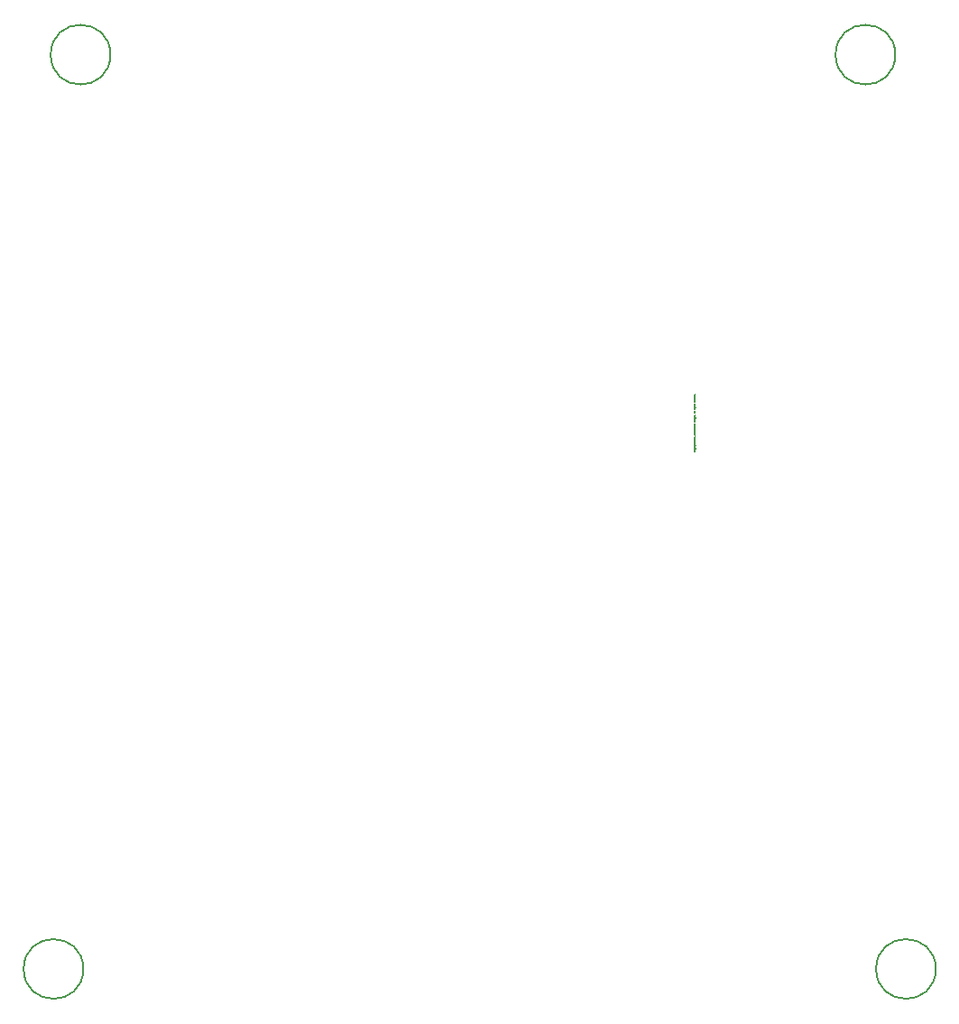
<source format=gbr>
%TF.GenerationSoftware,KiCad,Pcbnew,7.0.9*%
%TF.CreationDate,2024-01-23T11:42:20+00:00*%
%TF.ProjectId,mainboard,6d61696e-626f-4617-9264-2e6b69636164,rev?*%
%TF.SameCoordinates,Original*%
%TF.FileFunction,Other,Comment*%
%FSLAX46Y46*%
G04 Gerber Fmt 4.6, Leading zero omitted, Abs format (unit mm)*
G04 Created by KiCad (PCBNEW 7.0.9) date 2024-01-23 11:42:20*
%MOMM*%
%LPD*%
G01*
G04 APERTURE LIST*
%ADD10C,0.002000*%
%ADD11C,0.150000*%
G04 APERTURE END LIST*
D10*
X65286453Y53653267D02*
X65292501Y53647219D01*
X65292501Y53647219D02*
X65298548Y53629077D01*
X65298548Y53629077D02*
X65298548Y53616981D01*
X65298548Y53616981D02*
X65292501Y53598838D01*
X65292501Y53598838D02*
X65280405Y53586743D01*
X65280405Y53586743D02*
X65268310Y53580696D01*
X65268310Y53580696D02*
X65244120Y53574648D01*
X65244120Y53574648D02*
X65225977Y53574648D01*
X65225977Y53574648D02*
X65201786Y53580696D01*
X65201786Y53580696D02*
X65189691Y53586743D01*
X65189691Y53586743D02*
X65177596Y53598838D01*
X65177596Y53598838D02*
X65171548Y53616981D01*
X65171548Y53616981D02*
X65171548Y53629077D01*
X65171548Y53629077D02*
X65177596Y53647219D01*
X65177596Y53647219D02*
X65183643Y53653267D01*
X65298548Y53725838D02*
X65292501Y53713743D01*
X65292501Y53713743D02*
X65286453Y53707696D01*
X65286453Y53707696D02*
X65274358Y53701648D01*
X65274358Y53701648D02*
X65238072Y53701648D01*
X65238072Y53701648D02*
X65225977Y53707696D01*
X65225977Y53707696D02*
X65219929Y53713743D01*
X65219929Y53713743D02*
X65213881Y53725838D01*
X65213881Y53725838D02*
X65213881Y53743981D01*
X65213881Y53743981D02*
X65219929Y53756077D01*
X65219929Y53756077D02*
X65225977Y53762124D01*
X65225977Y53762124D02*
X65238072Y53768172D01*
X65238072Y53768172D02*
X65274358Y53768172D01*
X65274358Y53768172D02*
X65286453Y53762124D01*
X65286453Y53762124D02*
X65292501Y53756077D01*
X65292501Y53756077D02*
X65298548Y53743981D01*
X65298548Y53743981D02*
X65298548Y53725838D01*
X65213881Y53822601D02*
X65340881Y53822601D01*
X65219929Y53822601D02*
X65213881Y53834696D01*
X65213881Y53834696D02*
X65213881Y53858886D01*
X65213881Y53858886D02*
X65219929Y53870982D01*
X65219929Y53870982D02*
X65225977Y53877029D01*
X65225977Y53877029D02*
X65238072Y53883077D01*
X65238072Y53883077D02*
X65274358Y53883077D01*
X65274358Y53883077D02*
X65286453Y53877029D01*
X65286453Y53877029D02*
X65292501Y53870982D01*
X65292501Y53870982D02*
X65298548Y53858886D01*
X65298548Y53858886D02*
X65298548Y53834696D01*
X65298548Y53834696D02*
X65292501Y53822601D01*
X65213881Y53925410D02*
X65298548Y53955648D01*
X65213881Y53985887D02*
X65298548Y53955648D01*
X65298548Y53955648D02*
X65328786Y53943553D01*
X65328786Y53943553D02*
X65334834Y53937506D01*
X65334834Y53937506D02*
X65340881Y53925410D01*
X65298548Y54034268D02*
X65213881Y54034268D01*
X65238072Y54034268D02*
X65225977Y54040315D01*
X65225977Y54040315D02*
X65219929Y54046363D01*
X65219929Y54046363D02*
X65213881Y54058458D01*
X65213881Y54058458D02*
X65213881Y54070553D01*
X65298548Y54112887D02*
X65213881Y54112887D01*
X65171548Y54112887D02*
X65177596Y54106839D01*
X65177596Y54106839D02*
X65183643Y54112887D01*
X65183643Y54112887D02*
X65177596Y54118934D01*
X65177596Y54118934D02*
X65171548Y54112887D01*
X65171548Y54112887D02*
X65183643Y54112887D01*
X65213881Y54227791D02*
X65316691Y54227791D01*
X65316691Y54227791D02*
X65328786Y54221744D01*
X65328786Y54221744D02*
X65334834Y54215696D01*
X65334834Y54215696D02*
X65340881Y54203601D01*
X65340881Y54203601D02*
X65340881Y54185458D01*
X65340881Y54185458D02*
X65334834Y54173363D01*
X65292501Y54227791D02*
X65298548Y54215696D01*
X65298548Y54215696D02*
X65298548Y54191505D01*
X65298548Y54191505D02*
X65292501Y54179410D01*
X65292501Y54179410D02*
X65286453Y54173363D01*
X65286453Y54173363D02*
X65274358Y54167315D01*
X65274358Y54167315D02*
X65238072Y54167315D01*
X65238072Y54167315D02*
X65225977Y54173363D01*
X65225977Y54173363D02*
X65219929Y54179410D01*
X65219929Y54179410D02*
X65213881Y54191505D01*
X65213881Y54191505D02*
X65213881Y54215696D01*
X65213881Y54215696D02*
X65219929Y54227791D01*
X65298548Y54288268D02*
X65171548Y54288268D01*
X65298548Y54342696D02*
X65232024Y54342696D01*
X65232024Y54342696D02*
X65219929Y54336649D01*
X65219929Y54336649D02*
X65213881Y54324553D01*
X65213881Y54324553D02*
X65213881Y54306410D01*
X65213881Y54306410D02*
X65219929Y54294315D01*
X65219929Y54294315D02*
X65225977Y54288268D01*
X65213881Y54385030D02*
X65213881Y54433411D01*
X65171548Y54403173D02*
X65280405Y54403173D01*
X65280405Y54403173D02*
X65292501Y54409220D01*
X65292501Y54409220D02*
X65298548Y54421315D01*
X65298548Y54421315D02*
X65298548Y54433411D01*
X65183643Y54566458D02*
X65177596Y54572506D01*
X65177596Y54572506D02*
X65171548Y54584601D01*
X65171548Y54584601D02*
X65171548Y54614839D01*
X65171548Y54614839D02*
X65177596Y54626934D01*
X65177596Y54626934D02*
X65183643Y54632982D01*
X65183643Y54632982D02*
X65195739Y54639029D01*
X65195739Y54639029D02*
X65207834Y54639029D01*
X65207834Y54639029D02*
X65225977Y54632982D01*
X65225977Y54632982D02*
X65298548Y54560410D01*
X65298548Y54560410D02*
X65298548Y54639029D01*
X65171548Y54717648D02*
X65171548Y54729743D01*
X65171548Y54729743D02*
X65177596Y54741839D01*
X65177596Y54741839D02*
X65183643Y54747886D01*
X65183643Y54747886D02*
X65195739Y54753934D01*
X65195739Y54753934D02*
X65219929Y54759981D01*
X65219929Y54759981D02*
X65250167Y54759981D01*
X65250167Y54759981D02*
X65274358Y54753934D01*
X65274358Y54753934D02*
X65286453Y54747886D01*
X65286453Y54747886D02*
X65292501Y54741839D01*
X65292501Y54741839D02*
X65298548Y54729743D01*
X65298548Y54729743D02*
X65298548Y54717648D01*
X65298548Y54717648D02*
X65292501Y54705553D01*
X65292501Y54705553D02*
X65286453Y54699505D01*
X65286453Y54699505D02*
X65274358Y54693458D01*
X65274358Y54693458D02*
X65250167Y54687410D01*
X65250167Y54687410D02*
X65219929Y54687410D01*
X65219929Y54687410D02*
X65195739Y54693458D01*
X65195739Y54693458D02*
X65183643Y54699505D01*
X65183643Y54699505D02*
X65177596Y54705553D01*
X65177596Y54705553D02*
X65171548Y54717648D01*
X65298548Y54880933D02*
X65298548Y54808362D01*
X65298548Y54844648D02*
X65171548Y54844648D01*
X65171548Y54844648D02*
X65189691Y54832552D01*
X65189691Y54832552D02*
X65201786Y54820457D01*
X65201786Y54820457D02*
X65207834Y54808362D01*
X65171548Y54989790D02*
X65171548Y54965600D01*
X65171548Y54965600D02*
X65177596Y54953504D01*
X65177596Y54953504D02*
X65183643Y54947457D01*
X65183643Y54947457D02*
X65201786Y54935362D01*
X65201786Y54935362D02*
X65225977Y54929314D01*
X65225977Y54929314D02*
X65274358Y54929314D01*
X65274358Y54929314D02*
X65286453Y54935362D01*
X65286453Y54935362D02*
X65292501Y54941409D01*
X65292501Y54941409D02*
X65298548Y54953504D01*
X65298548Y54953504D02*
X65298548Y54977695D01*
X65298548Y54977695D02*
X65292501Y54989790D01*
X65292501Y54989790D02*
X65286453Y54995838D01*
X65286453Y54995838D02*
X65274358Y55001885D01*
X65274358Y55001885D02*
X65244120Y55001885D01*
X65244120Y55001885D02*
X65232024Y54995838D01*
X65232024Y54995838D02*
X65225977Y54989790D01*
X65225977Y54989790D02*
X65219929Y54977695D01*
X65219929Y54977695D02*
X65219929Y54953504D01*
X65219929Y54953504D02*
X65225977Y54941409D01*
X65225977Y54941409D02*
X65232024Y54935362D01*
X65232024Y54935362D02*
X65244120Y54929314D01*
X65262262Y55147028D02*
X65262262Y55207504D01*
X65298548Y55134933D02*
X65171548Y55177266D01*
X65171548Y55177266D02*
X65298548Y55219599D01*
X65292501Y55316361D02*
X65298548Y55304266D01*
X65298548Y55304266D02*
X65298548Y55280075D01*
X65298548Y55280075D02*
X65292501Y55267980D01*
X65292501Y55267980D02*
X65286453Y55261933D01*
X65286453Y55261933D02*
X65274358Y55255885D01*
X65274358Y55255885D02*
X65238072Y55255885D01*
X65238072Y55255885D02*
X65225977Y55261933D01*
X65225977Y55261933D02*
X65219929Y55267980D01*
X65219929Y55267980D02*
X65213881Y55280075D01*
X65213881Y55280075D02*
X65213881Y55304266D01*
X65213881Y55304266D02*
X65219929Y55316361D01*
X65292501Y55425218D02*
X65298548Y55413123D01*
X65298548Y55413123D02*
X65298548Y55388932D01*
X65298548Y55388932D02*
X65292501Y55376837D01*
X65292501Y55376837D02*
X65286453Y55370790D01*
X65286453Y55370790D02*
X65274358Y55364742D01*
X65274358Y55364742D02*
X65238072Y55364742D01*
X65238072Y55364742D02*
X65225977Y55370790D01*
X65225977Y55370790D02*
X65219929Y55376837D01*
X65219929Y55376837D02*
X65213881Y55388932D01*
X65213881Y55388932D02*
X65213881Y55413123D01*
X65213881Y55413123D02*
X65219929Y55425218D01*
X65292501Y55528028D02*
X65298548Y55515932D01*
X65298548Y55515932D02*
X65298548Y55491742D01*
X65298548Y55491742D02*
X65292501Y55479647D01*
X65292501Y55479647D02*
X65280405Y55473599D01*
X65280405Y55473599D02*
X65232024Y55473599D01*
X65232024Y55473599D02*
X65219929Y55479647D01*
X65219929Y55479647D02*
X65213881Y55491742D01*
X65213881Y55491742D02*
X65213881Y55515932D01*
X65213881Y55515932D02*
X65219929Y55528028D01*
X65219929Y55528028D02*
X65232024Y55534075D01*
X65232024Y55534075D02*
X65244120Y55534075D01*
X65244120Y55534075D02*
X65256215Y55473599D01*
X65298548Y55606646D02*
X65292501Y55594551D01*
X65292501Y55594551D02*
X65280405Y55588504D01*
X65280405Y55588504D02*
X65171548Y55588504D01*
X65292501Y55703409D02*
X65298548Y55691313D01*
X65298548Y55691313D02*
X65298548Y55667123D01*
X65298548Y55667123D02*
X65292501Y55655028D01*
X65292501Y55655028D02*
X65280405Y55648980D01*
X65280405Y55648980D02*
X65232024Y55648980D01*
X65232024Y55648980D02*
X65219929Y55655028D01*
X65219929Y55655028D02*
X65213881Y55667123D01*
X65213881Y55667123D02*
X65213881Y55691313D01*
X65213881Y55691313D02*
X65219929Y55703409D01*
X65219929Y55703409D02*
X65232024Y55709456D01*
X65232024Y55709456D02*
X65244120Y55709456D01*
X65244120Y55709456D02*
X65256215Y55648980D01*
X65298548Y55763885D02*
X65213881Y55763885D01*
X65238072Y55763885D02*
X65225977Y55769932D01*
X65225977Y55769932D02*
X65219929Y55775980D01*
X65219929Y55775980D02*
X65213881Y55788075D01*
X65213881Y55788075D02*
X65213881Y55800170D01*
X65298548Y55896932D02*
X65232024Y55896932D01*
X65232024Y55896932D02*
X65219929Y55890885D01*
X65219929Y55890885D02*
X65213881Y55878789D01*
X65213881Y55878789D02*
X65213881Y55854599D01*
X65213881Y55854599D02*
X65219929Y55842504D01*
X65292501Y55896932D02*
X65298548Y55884837D01*
X65298548Y55884837D02*
X65298548Y55854599D01*
X65298548Y55854599D02*
X65292501Y55842504D01*
X65292501Y55842504D02*
X65280405Y55836456D01*
X65280405Y55836456D02*
X65268310Y55836456D01*
X65268310Y55836456D02*
X65256215Y55842504D01*
X65256215Y55842504D02*
X65250167Y55854599D01*
X65250167Y55854599D02*
X65250167Y55884837D01*
X65250167Y55884837D02*
X65244120Y55896932D01*
X65213881Y55939266D02*
X65213881Y55987647D01*
X65171548Y55957409D02*
X65280405Y55957409D01*
X65280405Y55957409D02*
X65292501Y55963456D01*
X65292501Y55963456D02*
X65298548Y55975551D01*
X65298548Y55975551D02*
X65298548Y55987647D01*
X65292501Y56078361D02*
X65298548Y56066265D01*
X65298548Y56066265D02*
X65298548Y56042075D01*
X65298548Y56042075D02*
X65292501Y56029980D01*
X65292501Y56029980D02*
X65280405Y56023932D01*
X65280405Y56023932D02*
X65232024Y56023932D01*
X65232024Y56023932D02*
X65219929Y56029980D01*
X65219929Y56029980D02*
X65213881Y56042075D01*
X65213881Y56042075D02*
X65213881Y56066265D01*
X65213881Y56066265D02*
X65219929Y56078361D01*
X65219929Y56078361D02*
X65232024Y56084408D01*
X65232024Y56084408D02*
X65244120Y56084408D01*
X65244120Y56084408D02*
X65256215Y56023932D01*
X65298548Y56193265D02*
X65171548Y56193265D01*
X65292501Y56193265D02*
X65298548Y56181170D01*
X65298548Y56181170D02*
X65298548Y56156979D01*
X65298548Y56156979D02*
X65292501Y56144884D01*
X65292501Y56144884D02*
X65286453Y56138837D01*
X65286453Y56138837D02*
X65274358Y56132789D01*
X65274358Y56132789D02*
X65238072Y56132789D01*
X65238072Y56132789D02*
X65225977Y56138837D01*
X65225977Y56138837D02*
X65219929Y56144884D01*
X65219929Y56144884D02*
X65213881Y56156979D01*
X65213881Y56156979D02*
X65213881Y56181170D01*
X65213881Y56181170D02*
X65219929Y56193265D01*
X65298548Y56350504D02*
X65171548Y56350504D01*
X65171548Y56350504D02*
X65171548Y56380742D01*
X65171548Y56380742D02*
X65177596Y56398885D01*
X65177596Y56398885D02*
X65189691Y56410980D01*
X65189691Y56410980D02*
X65201786Y56417027D01*
X65201786Y56417027D02*
X65225977Y56423075D01*
X65225977Y56423075D02*
X65244120Y56423075D01*
X65244120Y56423075D02*
X65268310Y56417027D01*
X65268310Y56417027D02*
X65280405Y56410980D01*
X65280405Y56410980D02*
X65292501Y56398885D01*
X65292501Y56398885D02*
X65298548Y56380742D01*
X65298548Y56380742D02*
X65298548Y56350504D01*
X65292501Y56525885D02*
X65298548Y56513789D01*
X65298548Y56513789D02*
X65298548Y56489599D01*
X65298548Y56489599D02*
X65292501Y56477504D01*
X65292501Y56477504D02*
X65280405Y56471456D01*
X65280405Y56471456D02*
X65232024Y56471456D01*
X65232024Y56471456D02*
X65219929Y56477504D01*
X65219929Y56477504D02*
X65213881Y56489599D01*
X65213881Y56489599D02*
X65213881Y56513789D01*
X65213881Y56513789D02*
X65219929Y56525885D01*
X65219929Y56525885D02*
X65232024Y56531932D01*
X65232024Y56531932D02*
X65244120Y56531932D01*
X65244120Y56531932D02*
X65256215Y56471456D01*
X65292501Y56580313D02*
X65298548Y56592408D01*
X65298548Y56592408D02*
X65298548Y56616599D01*
X65298548Y56616599D02*
X65292501Y56628694D01*
X65292501Y56628694D02*
X65280405Y56634742D01*
X65280405Y56634742D02*
X65274358Y56634742D01*
X65274358Y56634742D02*
X65262262Y56628694D01*
X65262262Y56628694D02*
X65256215Y56616599D01*
X65256215Y56616599D02*
X65256215Y56598456D01*
X65256215Y56598456D02*
X65250167Y56586361D01*
X65250167Y56586361D02*
X65238072Y56580313D01*
X65238072Y56580313D02*
X65232024Y56580313D01*
X65232024Y56580313D02*
X65219929Y56586361D01*
X65219929Y56586361D02*
X65213881Y56598456D01*
X65213881Y56598456D02*
X65213881Y56616599D01*
X65213881Y56616599D02*
X65219929Y56628694D01*
X65298548Y56689171D02*
X65213881Y56689171D01*
X65171548Y56689171D02*
X65177596Y56683123D01*
X65177596Y56683123D02*
X65183643Y56689171D01*
X65183643Y56689171D02*
X65177596Y56695218D01*
X65177596Y56695218D02*
X65171548Y56689171D01*
X65171548Y56689171D02*
X65183643Y56689171D01*
X65213881Y56804075D02*
X65316691Y56804075D01*
X65316691Y56804075D02*
X65328786Y56798028D01*
X65328786Y56798028D02*
X65334834Y56791980D01*
X65334834Y56791980D02*
X65340881Y56779885D01*
X65340881Y56779885D02*
X65340881Y56761742D01*
X65340881Y56761742D02*
X65334834Y56749647D01*
X65292501Y56804075D02*
X65298548Y56791980D01*
X65298548Y56791980D02*
X65298548Y56767789D01*
X65298548Y56767789D02*
X65292501Y56755694D01*
X65292501Y56755694D02*
X65286453Y56749647D01*
X65286453Y56749647D02*
X65274358Y56743599D01*
X65274358Y56743599D02*
X65238072Y56743599D01*
X65238072Y56743599D02*
X65225977Y56749647D01*
X65225977Y56749647D02*
X65219929Y56755694D01*
X65219929Y56755694D02*
X65213881Y56767789D01*
X65213881Y56767789D02*
X65213881Y56791980D01*
X65213881Y56791980D02*
X65219929Y56804075D01*
X65213881Y56864552D02*
X65298548Y56864552D01*
X65225977Y56864552D02*
X65219929Y56870599D01*
X65219929Y56870599D02*
X65213881Y56882694D01*
X65213881Y56882694D02*
X65213881Y56900837D01*
X65213881Y56900837D02*
X65219929Y56912933D01*
X65219929Y56912933D02*
X65232024Y56918980D01*
X65232024Y56918980D02*
X65298548Y56918980D01*
X65292501Y56973409D02*
X65298548Y56985504D01*
X65298548Y56985504D02*
X65298548Y57009695D01*
X65298548Y57009695D02*
X65292501Y57021790D01*
X65292501Y57021790D02*
X65280405Y57027838D01*
X65280405Y57027838D02*
X65274358Y57027838D01*
X65274358Y57027838D02*
X65262262Y57021790D01*
X65262262Y57021790D02*
X65256215Y57009695D01*
X65256215Y57009695D02*
X65256215Y56991552D01*
X65256215Y56991552D02*
X65250167Y56979457D01*
X65250167Y56979457D02*
X65238072Y56973409D01*
X65238072Y56973409D02*
X65232024Y56973409D01*
X65232024Y56973409D02*
X65219929Y56979457D01*
X65219929Y56979457D02*
X65213881Y56991552D01*
X65213881Y56991552D02*
X65213881Y57009695D01*
X65213881Y57009695D02*
X65219929Y57021790D01*
X65286453Y57082267D02*
X65292501Y57088314D01*
X65292501Y57088314D02*
X65298548Y57082267D01*
X65298548Y57082267D02*
X65292501Y57076219D01*
X65292501Y57076219D02*
X65286453Y57082267D01*
X65286453Y57082267D02*
X65298548Y57082267D01*
X65262262Y57233457D02*
X65262262Y57293933D01*
X65298548Y57221362D02*
X65171548Y57263695D01*
X65171548Y57263695D02*
X65298548Y57306028D01*
X65298548Y57366504D02*
X65292501Y57354409D01*
X65292501Y57354409D02*
X65280405Y57348362D01*
X65280405Y57348362D02*
X65171548Y57348362D01*
X65298548Y57433028D02*
X65292501Y57420933D01*
X65292501Y57420933D02*
X65280405Y57414886D01*
X65280405Y57414886D02*
X65171548Y57414886D01*
X65298548Y57578172D02*
X65213881Y57578172D01*
X65238072Y57578172D02*
X65225977Y57584219D01*
X65225977Y57584219D02*
X65219929Y57590267D01*
X65219929Y57590267D02*
X65213881Y57602362D01*
X65213881Y57602362D02*
X65213881Y57614457D01*
X65298548Y57656791D02*
X65213881Y57656791D01*
X65171548Y57656791D02*
X65177596Y57650743D01*
X65177596Y57650743D02*
X65183643Y57656791D01*
X65183643Y57656791D02*
X65177596Y57662838D01*
X65177596Y57662838D02*
X65171548Y57656791D01*
X65171548Y57656791D02*
X65183643Y57656791D01*
X65213881Y57771695D02*
X65316691Y57771695D01*
X65316691Y57771695D02*
X65328786Y57765648D01*
X65328786Y57765648D02*
X65334834Y57759600D01*
X65334834Y57759600D02*
X65340881Y57747505D01*
X65340881Y57747505D02*
X65340881Y57729362D01*
X65340881Y57729362D02*
X65334834Y57717267D01*
X65292501Y57771695D02*
X65298548Y57759600D01*
X65298548Y57759600D02*
X65298548Y57735409D01*
X65298548Y57735409D02*
X65292501Y57723314D01*
X65292501Y57723314D02*
X65286453Y57717267D01*
X65286453Y57717267D02*
X65274358Y57711219D01*
X65274358Y57711219D02*
X65238072Y57711219D01*
X65238072Y57711219D02*
X65225977Y57717267D01*
X65225977Y57717267D02*
X65219929Y57723314D01*
X65219929Y57723314D02*
X65213881Y57735409D01*
X65213881Y57735409D02*
X65213881Y57759600D01*
X65213881Y57759600D02*
X65219929Y57771695D01*
X65298548Y57832172D02*
X65171548Y57832172D01*
X65298548Y57886600D02*
X65232024Y57886600D01*
X65232024Y57886600D02*
X65219929Y57880553D01*
X65219929Y57880553D02*
X65213881Y57868457D01*
X65213881Y57868457D02*
X65213881Y57850314D01*
X65213881Y57850314D02*
X65219929Y57838219D01*
X65219929Y57838219D02*
X65225977Y57832172D01*
X65213881Y57928934D02*
X65213881Y57977315D01*
X65171548Y57947077D02*
X65280405Y57947077D01*
X65280405Y57947077D02*
X65292501Y57953124D01*
X65292501Y57953124D02*
X65298548Y57965219D01*
X65298548Y57965219D02*
X65298548Y57977315D01*
X65292501Y58013600D02*
X65298548Y58025695D01*
X65298548Y58025695D02*
X65298548Y58049886D01*
X65298548Y58049886D02*
X65292501Y58061981D01*
X65292501Y58061981D02*
X65280405Y58068029D01*
X65280405Y58068029D02*
X65274358Y58068029D01*
X65274358Y58068029D02*
X65262262Y58061981D01*
X65262262Y58061981D02*
X65256215Y58049886D01*
X65256215Y58049886D02*
X65256215Y58031743D01*
X65256215Y58031743D02*
X65250167Y58019648D01*
X65250167Y58019648D02*
X65238072Y58013600D01*
X65238072Y58013600D02*
X65232024Y58013600D01*
X65232024Y58013600D02*
X65219929Y58019648D01*
X65219929Y58019648D02*
X65213881Y58031743D01*
X65213881Y58031743D02*
X65213881Y58049886D01*
X65213881Y58049886D02*
X65219929Y58061981D01*
X65298548Y58219220D02*
X65213881Y58219220D01*
X65238072Y58219220D02*
X65225977Y58225267D01*
X65225977Y58225267D02*
X65219929Y58231315D01*
X65219929Y58231315D02*
X65213881Y58243410D01*
X65213881Y58243410D02*
X65213881Y58255505D01*
X65292501Y58346220D02*
X65298548Y58334124D01*
X65298548Y58334124D02*
X65298548Y58309934D01*
X65298548Y58309934D02*
X65292501Y58297839D01*
X65292501Y58297839D02*
X65280405Y58291791D01*
X65280405Y58291791D02*
X65232024Y58291791D01*
X65232024Y58291791D02*
X65219929Y58297839D01*
X65219929Y58297839D02*
X65213881Y58309934D01*
X65213881Y58309934D02*
X65213881Y58334124D01*
X65213881Y58334124D02*
X65219929Y58346220D01*
X65219929Y58346220D02*
X65232024Y58352267D01*
X65232024Y58352267D02*
X65244120Y58352267D01*
X65244120Y58352267D02*
X65256215Y58291791D01*
X65292501Y58400648D02*
X65298548Y58412743D01*
X65298548Y58412743D02*
X65298548Y58436934D01*
X65298548Y58436934D02*
X65292501Y58449029D01*
X65292501Y58449029D02*
X65280405Y58455077D01*
X65280405Y58455077D02*
X65274358Y58455077D01*
X65274358Y58455077D02*
X65262262Y58449029D01*
X65262262Y58449029D02*
X65256215Y58436934D01*
X65256215Y58436934D02*
X65256215Y58418791D01*
X65256215Y58418791D02*
X65250167Y58406696D01*
X65250167Y58406696D02*
X65238072Y58400648D01*
X65238072Y58400648D02*
X65232024Y58400648D01*
X65232024Y58400648D02*
X65219929Y58406696D01*
X65219929Y58406696D02*
X65213881Y58418791D01*
X65213881Y58418791D02*
X65213881Y58436934D01*
X65213881Y58436934D02*
X65219929Y58449029D01*
X65292501Y58557887D02*
X65298548Y58545791D01*
X65298548Y58545791D02*
X65298548Y58521601D01*
X65298548Y58521601D02*
X65292501Y58509506D01*
X65292501Y58509506D02*
X65280405Y58503458D01*
X65280405Y58503458D02*
X65232024Y58503458D01*
X65232024Y58503458D02*
X65219929Y58509506D01*
X65219929Y58509506D02*
X65213881Y58521601D01*
X65213881Y58521601D02*
X65213881Y58545791D01*
X65213881Y58545791D02*
X65219929Y58557887D01*
X65219929Y58557887D02*
X65232024Y58563934D01*
X65232024Y58563934D02*
X65244120Y58563934D01*
X65244120Y58563934D02*
X65256215Y58503458D01*
X65298548Y58618363D02*
X65213881Y58618363D01*
X65238072Y58618363D02*
X65225977Y58624410D01*
X65225977Y58624410D02*
X65219929Y58630458D01*
X65219929Y58630458D02*
X65213881Y58642553D01*
X65213881Y58642553D02*
X65213881Y58654648D01*
X65213881Y58684886D02*
X65298548Y58715124D01*
X65298548Y58715124D02*
X65213881Y58745363D01*
X65292501Y58842125D02*
X65298548Y58830029D01*
X65298548Y58830029D02*
X65298548Y58805839D01*
X65298548Y58805839D02*
X65292501Y58793744D01*
X65292501Y58793744D02*
X65280405Y58787696D01*
X65280405Y58787696D02*
X65232024Y58787696D01*
X65232024Y58787696D02*
X65219929Y58793744D01*
X65219929Y58793744D02*
X65213881Y58805839D01*
X65213881Y58805839D02*
X65213881Y58830029D01*
X65213881Y58830029D02*
X65219929Y58842125D01*
X65219929Y58842125D02*
X65232024Y58848172D01*
X65232024Y58848172D02*
X65244120Y58848172D01*
X65244120Y58848172D02*
X65256215Y58787696D01*
X65298548Y58957029D02*
X65171548Y58957029D01*
X65292501Y58957029D02*
X65298548Y58944934D01*
X65298548Y58944934D02*
X65298548Y58920743D01*
X65298548Y58920743D02*
X65292501Y58908648D01*
X65292501Y58908648D02*
X65286453Y58902601D01*
X65286453Y58902601D02*
X65274358Y58896553D01*
X65274358Y58896553D02*
X65238072Y58896553D01*
X65238072Y58896553D02*
X65225977Y58902601D01*
X65225977Y58902601D02*
X65219929Y58908648D01*
X65219929Y58908648D02*
X65213881Y58920743D01*
X65213881Y58920743D02*
X65213881Y58944934D01*
X65213881Y58944934D02*
X65219929Y58957029D01*
X65286453Y59017506D02*
X65292501Y59023553D01*
X65292501Y59023553D02*
X65298548Y59017506D01*
X65298548Y59017506D02*
X65292501Y59011458D01*
X65292501Y59011458D02*
X65286453Y59017506D01*
X65286453Y59017506D02*
X65298548Y59017506D01*
D11*
%TO.C,H1*%
X10430000Y90805000D02*
G75*
G03*
X10430000Y90805000I-2800000J0D01*
G01*
%TO.C,H2*%
X7890000Y5080000D02*
G75*
G03*
X7890000Y5080000I-2800000J0D01*
G01*
%TO.C,H3*%
X87890000Y5080000D02*
G75*
G03*
X87890000Y5080000I-2800000J0D01*
G01*
%TO.C,H4*%
X84090000Y90805000D02*
G75*
G03*
X84090000Y90805000I-2800000J0D01*
G01*
%TD*%
M02*

</source>
